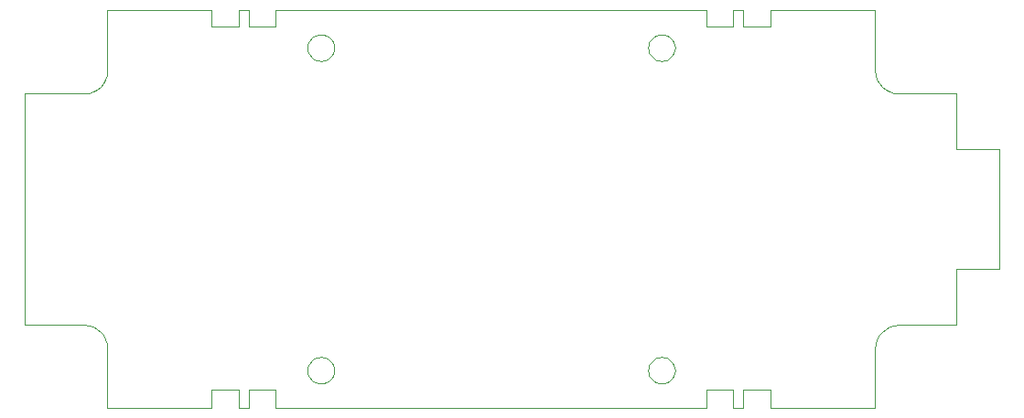
<source format=gbr>
%TF.GenerationSoftware,KiCad,Pcbnew,0.201511041201+6297~30~ubuntu15.04.1-product*%
%TF.CreationDate,2015-11-12T00:10:28+01:00*%
%TF.ProjectId,transmitter,7472616E736D69747465722E6B696361,rev?*%
%TF.FileFunction,Profile,NP*%
%FSLAX46Y46*%
G04 Gerber Fmt 4.6, Leading zero omitted, Abs format (unit mm)*
G04 Created by KiCad (PCBNEW 0.201511041201+6297~30~ubuntu15.04.1-product) date czw, 12 lis 2015, 00:10:28*
%MOMM*%
G01*
G04 APERTURE LIST*
%ADD10C,0.100000*%
G04 APERTURE END LIST*
D10*
X112375733Y-117480857D02*
X112400822Y-117729698D01*
X112303786Y-117249088D02*
X112375733Y-117480857D01*
X112189946Y-117039354D02*
X112303786Y-117249088D01*
X112039174Y-116856618D02*
X112189946Y-117039354D01*
X111856438Y-116705846D02*
X112039174Y-116856618D01*
X111646705Y-116592006D02*
X111856438Y-116705846D01*
X111414935Y-116520060D02*
X111646705Y-116592006D01*
X111166094Y-116494970D02*
X111414935Y-116520060D01*
X110917253Y-116520060D02*
X111166094Y-116494970D01*
X110685484Y-116592006D02*
X110917253Y-116520060D01*
X110475751Y-116705846D02*
X110685484Y-116592006D01*
X110293014Y-116856618D02*
X110475751Y-116705846D01*
X110142243Y-117039354D02*
X110293014Y-116856618D01*
X110028403Y-117249088D02*
X110142243Y-117039354D01*
X109956456Y-117480857D02*
X110028403Y-117249088D01*
X109931366Y-117729698D02*
X109956456Y-117480857D01*
X109956456Y-117978539D02*
X109931366Y-117729698D01*
X110028403Y-118210308D02*
X109956456Y-117978539D01*
X110142243Y-118420042D02*
X110028403Y-118210308D01*
X110293014Y-118602778D02*
X110142243Y-118420042D01*
X110475751Y-118753549D02*
X110293014Y-118602778D01*
X110685484Y-118867389D02*
X110475751Y-118753549D01*
X110917253Y-118939336D02*
X110685484Y-118867389D01*
X111166094Y-118964426D02*
X110917253Y-118939336D01*
X111414935Y-118939336D02*
X111166094Y-118964426D01*
X111646705Y-118867389D02*
X111414935Y-118939336D01*
X111856438Y-118753549D02*
X111646705Y-118867389D01*
X112039174Y-118602778D02*
X111856438Y-118753549D01*
X112189946Y-118420042D02*
X112039174Y-118602778D01*
X112303786Y-118210308D02*
X112189946Y-118420042D01*
X112375733Y-117978539D02*
X112303786Y-118210308D01*
X112400822Y-117729698D02*
X112375733Y-117978539D01*
X80852512Y-117480857D02*
X80877602Y-117729698D01*
X80780565Y-117249088D02*
X80852512Y-117480857D01*
X80666725Y-117039354D02*
X80780565Y-117249088D01*
X80515954Y-116856618D02*
X80666725Y-117039354D01*
X80333218Y-116705846D02*
X80515954Y-116856618D01*
X80123484Y-116592006D02*
X80333218Y-116705846D01*
X79891715Y-116520060D02*
X80123484Y-116592006D01*
X79642874Y-116494970D02*
X79891715Y-116520060D01*
X79394033Y-116520060D02*
X79642874Y-116494970D01*
X79162264Y-116592006D02*
X79394033Y-116520060D01*
X78952530Y-116705846D02*
X79162264Y-116592006D01*
X78769794Y-116856618D02*
X78952530Y-116705846D01*
X78619023Y-117039354D02*
X78769794Y-116856618D01*
X78505183Y-117249088D02*
X78619023Y-117039354D01*
X78433236Y-117480857D02*
X78505183Y-117249088D01*
X78408146Y-117729698D02*
X78433236Y-117480857D01*
X78433236Y-117978539D02*
X78408146Y-117729698D01*
X78505183Y-118210308D02*
X78433236Y-117978539D01*
X78619023Y-118420042D02*
X78505183Y-118210308D01*
X78769794Y-118602778D02*
X78619023Y-118420042D01*
X78952530Y-118753549D02*
X78769794Y-118602778D01*
X79162264Y-118867389D02*
X78952530Y-118753549D01*
X79394033Y-118939336D02*
X79162264Y-118867389D01*
X79642874Y-118964426D02*
X79394033Y-118939336D01*
X79891715Y-118939336D02*
X79642874Y-118964426D01*
X80123484Y-118867389D02*
X79891715Y-118939336D01*
X80333218Y-118753549D02*
X80123484Y-118867389D01*
X80515954Y-118602778D02*
X80333218Y-118753549D01*
X80666725Y-118420042D02*
X80515954Y-118602778D01*
X80780565Y-118210308D02*
X80666725Y-118420042D01*
X80852512Y-117978539D02*
X80780565Y-118210308D01*
X80877602Y-117729698D02*
X80852512Y-117978539D01*
X112375733Y-87617944D02*
X112400822Y-87866785D01*
X112303786Y-87386175D02*
X112375733Y-87617944D01*
X112189946Y-87176441D02*
X112303786Y-87386175D01*
X112039174Y-86993705D02*
X112189946Y-87176441D01*
X111856438Y-86842934D02*
X112039174Y-86993705D01*
X111646705Y-86729094D02*
X111856438Y-86842934D01*
X111414935Y-86657147D02*
X111646705Y-86729094D01*
X111166094Y-86632057D02*
X111414935Y-86657147D01*
X110917253Y-86657147D02*
X111166094Y-86632057D01*
X110685484Y-86729094D02*
X110917253Y-86657147D01*
X110475751Y-86842934D02*
X110685484Y-86729094D01*
X110293014Y-86993705D02*
X110475751Y-86842934D01*
X110142243Y-87176441D02*
X110293014Y-86993705D01*
X110028403Y-87386175D02*
X110142243Y-87176441D01*
X109956456Y-87617944D02*
X110028403Y-87386175D01*
X109931366Y-87866785D02*
X109956456Y-87617944D01*
X109956456Y-88115626D02*
X109931366Y-87866785D01*
X110028403Y-88347396D02*
X109956456Y-88115626D01*
X110142243Y-88557129D02*
X110028403Y-88347396D01*
X110293014Y-88739865D02*
X110142243Y-88557129D01*
X110475751Y-88890637D02*
X110293014Y-88739865D01*
X110685484Y-89004477D02*
X110475751Y-88890637D01*
X110917253Y-89076424D02*
X110685484Y-89004477D01*
X111166094Y-89101513D02*
X110917253Y-89076424D01*
X111414935Y-89076424D02*
X111166094Y-89101513D01*
X111646705Y-89004477D02*
X111414935Y-89076424D01*
X111856438Y-88890637D02*
X111646705Y-89004477D01*
X112039174Y-88739865D02*
X111856438Y-88890637D01*
X112189946Y-88557129D02*
X112039174Y-88739865D01*
X112303786Y-88347396D02*
X112189946Y-88557129D01*
X112375733Y-88115626D02*
X112303786Y-88347396D01*
X112400822Y-87866785D02*
X112375733Y-88115626D01*
X80852512Y-87617944D02*
X80877602Y-87866785D01*
X80780565Y-87386175D02*
X80852512Y-87617944D01*
X80666725Y-87176441D02*
X80780565Y-87386175D01*
X80515954Y-86993705D02*
X80666725Y-87176441D01*
X80333218Y-86842934D02*
X80515954Y-86993705D01*
X80123484Y-86729094D02*
X80333218Y-86842934D01*
X79891715Y-86657147D02*
X80123484Y-86729094D01*
X79642874Y-86632057D02*
X79891715Y-86657147D01*
X79394033Y-86657147D02*
X79642874Y-86632057D01*
X79162264Y-86729094D02*
X79394033Y-86657147D01*
X78952530Y-86842934D02*
X79162264Y-86729094D01*
X78769794Y-86993705D02*
X78952530Y-86842934D01*
X78619023Y-87176441D02*
X78769794Y-86993705D01*
X78505183Y-87386175D02*
X78619023Y-87176441D01*
X78433236Y-87617944D02*
X78505183Y-87386175D01*
X78408146Y-87866785D02*
X78433236Y-87617944D01*
X78433236Y-88115626D02*
X78408146Y-87866785D01*
X78505183Y-88347396D02*
X78433236Y-88115626D01*
X78619023Y-88557129D02*
X78505183Y-88347396D01*
X78769794Y-88739865D02*
X78619023Y-88557129D01*
X78952530Y-88890637D02*
X78769794Y-88739865D01*
X79162264Y-89004477D02*
X78952530Y-88890637D01*
X79394033Y-89076424D02*
X79162264Y-89004477D01*
X79642874Y-89101513D02*
X79394033Y-89076424D01*
X79891715Y-89076424D02*
X79642874Y-89101513D01*
X80123484Y-89004477D02*
X79891715Y-89076424D01*
X80333218Y-88890637D02*
X80123484Y-89004477D01*
X80515954Y-88739865D02*
X80333218Y-88890637D01*
X80666725Y-88557129D02*
X80515954Y-88739865D01*
X80780565Y-88347396D02*
X80666725Y-88557129D01*
X80852512Y-88115626D02*
X80780565Y-88347396D01*
X80877602Y-87866785D02*
X80852512Y-88115626D01*
X59903682Y-84379659D02*
X59903682Y-84379659D01*
X69525142Y-84379659D02*
X59903682Y-84379659D01*
X69525142Y-85942907D02*
X69525142Y-84379659D01*
X72055773Y-85942907D02*
X69525142Y-85942907D01*
X72055773Y-84379659D02*
X72055773Y-85942907D01*
X72946537Y-84379659D02*
X72055773Y-84379659D01*
X72946537Y-85942907D02*
X72946537Y-84379659D01*
X75476614Y-85942907D02*
X72946537Y-85942907D01*
X75476614Y-84379659D02*
X75476614Y-85942907D01*
X115282074Y-84379659D02*
X75476614Y-84379659D01*
X115282074Y-85942907D02*
X115282074Y-84379659D01*
X117812154Y-85942907D02*
X115282074Y-85942907D01*
X117812154Y-84379659D02*
X117812154Y-85942907D01*
X118702918Y-84379659D02*
X117812154Y-84379659D01*
X118702918Y-85942907D02*
X118702918Y-84379659D01*
X121232995Y-85942907D02*
X118702918Y-85942907D01*
X121232995Y-84379659D02*
X121232995Y-85942907D01*
X130926115Y-84379659D02*
X121232995Y-84379659D01*
X130926115Y-89934255D02*
X130926115Y-84379659D01*
X130970212Y-90373573D02*
X130926115Y-89934255D01*
X131096441Y-90782025D02*
X130970212Y-90373573D01*
X131296531Y-91151338D02*
X131096441Y-90782025D01*
X131561668Y-91473249D02*
X131296531Y-91151338D01*
X131883026Y-91737833D02*
X131561668Y-91473249D01*
X132252339Y-91937923D02*
X131883026Y-91737833D01*
X132661341Y-92064152D02*
X132252339Y-91937923D01*
X133100109Y-92108249D02*
X132661341Y-92064152D01*
X138443039Y-92108249D02*
X133100109Y-92108249D01*
X138443039Y-97215258D02*
X138443039Y-92108249D01*
X142401315Y-97215258D02*
X138443039Y-97215258D01*
X142401315Y-108333823D02*
X142401315Y-97215258D01*
X138443039Y-108333823D02*
X142401315Y-108333823D01*
X138443039Y-113519103D02*
X138443039Y-108333823D01*
X133100109Y-113519103D02*
X138443039Y-113519103D01*
X132661341Y-113563200D02*
X133100109Y-113519103D01*
X132252339Y-113689430D02*
X132661341Y-113563200D01*
X131883026Y-113889520D02*
X132252339Y-113689430D01*
X131561668Y-114154656D02*
X131883026Y-113889520D01*
X131296531Y-114476014D02*
X131561668Y-114154656D01*
X131096441Y-114845327D02*
X131296531Y-114476014D01*
X130970212Y-115253779D02*
X131096441Y-114845327D01*
X130926115Y-115693098D02*
X130970212Y-115253779D01*
X130926115Y-121169422D02*
X130926115Y-115693098D01*
X121232995Y-121169422D02*
X130926115Y-121169422D01*
X121232995Y-119547745D02*
X121232995Y-121169422D01*
X118702918Y-119547745D02*
X121232995Y-119547745D01*
X118702918Y-121169422D02*
X118702918Y-119547745D01*
X117812154Y-121169422D02*
X118702918Y-121169422D01*
X117812154Y-119547745D02*
X117812154Y-121169422D01*
X115282074Y-119547745D02*
X117812154Y-119547745D01*
X115282074Y-121169422D02*
X115282074Y-119547745D01*
X75476614Y-121169422D02*
X115282074Y-121169422D01*
X75476614Y-119547745D02*
X75476614Y-121169422D01*
X72946537Y-119547745D02*
X75476614Y-119547745D01*
X72946537Y-121169422D02*
X72946537Y-119547745D01*
X72055773Y-121169422D02*
X72946537Y-121169422D01*
X72055773Y-119547745D02*
X72055773Y-121169422D01*
X69525142Y-119547745D02*
X72055773Y-119547745D01*
X69525142Y-121169422D02*
X69525142Y-119547745D01*
X59903682Y-121169422D02*
X69525142Y-121169422D01*
X59903682Y-115693098D02*
X59903682Y-121169422D01*
X59860135Y-115253779D02*
X59903682Y-115693098D01*
X59733355Y-114845327D02*
X59860135Y-115253779D01*
X59533815Y-114476014D02*
X59733355Y-114845327D01*
X59268682Y-114154656D02*
X59533815Y-114476014D01*
X58946771Y-113889520D02*
X59268682Y-114154656D01*
X58577457Y-113689430D02*
X58946771Y-113889520D01*
X58169006Y-113563200D02*
X58577457Y-113689430D01*
X57729687Y-113519103D02*
X58169006Y-113563200D01*
X52264389Y-113519103D02*
X57729687Y-113519103D01*
X52264389Y-92108249D02*
X52264389Y-113519103D01*
X57729687Y-92108249D02*
X52264389Y-92108249D01*
X58169006Y-92064152D02*
X57729687Y-92108249D01*
X58577457Y-91937923D02*
X58169006Y-92064152D01*
X58946771Y-91737833D02*
X58577457Y-91937923D01*
X59268682Y-91473249D02*
X58946771Y-91737833D01*
X59533815Y-91151338D02*
X59268682Y-91473249D01*
X59733355Y-90782025D02*
X59533815Y-91151338D01*
X59860135Y-90373573D02*
X59733355Y-90782025D01*
X59903682Y-89934255D02*
X59860135Y-90373573D01*
X59903682Y-84379659D02*
X59903682Y-89934255D01*
M02*

</source>
